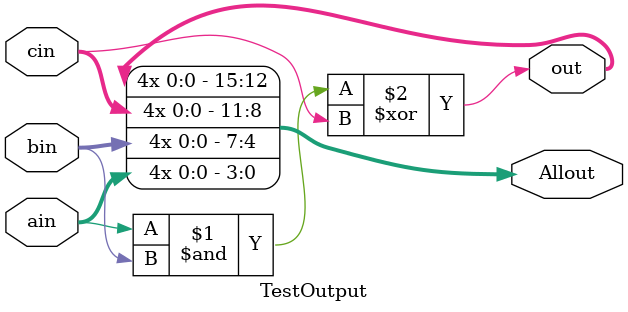
<source format=v>
module TestOutput(ain,bin,cin,out,Allout);

	input ain;
	input bin;
	input cin;
	output out;
	output [15:0] Allout;

	assign	out=(ain & bin) ^ cin;
	assign	Allout[0]=ain;
	assign	Allout[1]=ain;
	assign	Allout[2]=ain;
	assign	Allout[3]=ain;
	assign	Allout[4]=bin;
	assign	Allout[5]=bin;
	assign	Allout[6]=bin;
	assign	Allout[7]=bin;
	assign	Allout[8]=cin;
	assign	Allout[9]=cin;
	assign	Allout[10]=cin;
	assign	Allout[11]=cin;
	assign	Allout[12]=out;
	assign	Allout[13]=out;
	assign	Allout[14]=out;
	assign	Allout[15]=out;

endmodule

</source>
